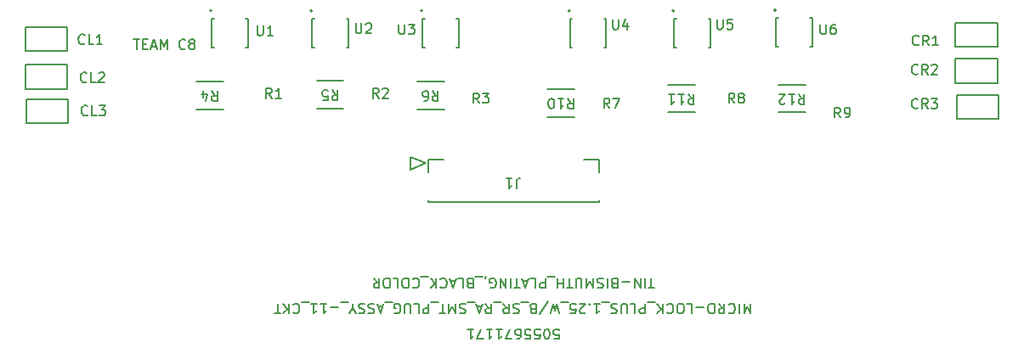
<source format=gto>
G04 #@! TF.GenerationSoftware,KiCad,Pcbnew,6.0.11+dfsg-1*
G04 #@! TF.CreationDate,2024-04-16T10:26:28+10:00*
G04 #@! TF.ProjectId,IR_Sensor_array,49525f53-656e-4736-9f72-5f6172726179,rev?*
G04 #@! TF.SameCoordinates,Original*
G04 #@! TF.FileFunction,Legend,Top*
G04 #@! TF.FilePolarity,Positive*
%FSLAX46Y46*%
G04 Gerber Fmt 4.6, Leading zero omitted, Abs format (unit mm)*
G04 Created by KiCad (PCBNEW 6.0.11+dfsg-1) date 2024-04-16 10:26:28*
%MOMM*%
%LPD*%
G01*
G04 APERTURE LIST*
%ADD10C,0.150000*%
%ADD11C,0.152400*%
%ADD12C,0.127000*%
%ADD13C,0.200000*%
G04 APERTURE END LIST*
D10*
X112404761Y-90652380D02*
X112976190Y-90652380D01*
X112690476Y-91652380D02*
X112690476Y-90652380D01*
X113309523Y-91128571D02*
X113642857Y-91128571D01*
X113785714Y-91652380D02*
X113309523Y-91652380D01*
X113309523Y-90652380D01*
X113785714Y-90652380D01*
X114166666Y-91366666D02*
X114642857Y-91366666D01*
X114071428Y-91652380D02*
X114404761Y-90652380D01*
X114738095Y-91652380D01*
X115071428Y-91652380D02*
X115071428Y-90652380D01*
X115404761Y-91366666D01*
X115738095Y-90652380D01*
X115738095Y-91652380D01*
X117547619Y-91557142D02*
X117500000Y-91604761D01*
X117357142Y-91652380D01*
X117261904Y-91652380D01*
X117119047Y-91604761D01*
X117023809Y-91509523D01*
X116976190Y-91414285D01*
X116928571Y-91223809D01*
X116928571Y-91080952D01*
X116976190Y-90890476D01*
X117023809Y-90795238D01*
X117119047Y-90700000D01*
X117261904Y-90652380D01*
X117357142Y-90652380D01*
X117500000Y-90700000D01*
X117547619Y-90747619D01*
X118119047Y-91080952D02*
X118023809Y-91033333D01*
X117976190Y-90985714D01*
X117928571Y-90890476D01*
X117928571Y-90842857D01*
X117976190Y-90747619D01*
X118023809Y-90700000D01*
X118119047Y-90652380D01*
X118309523Y-90652380D01*
X118404761Y-90700000D01*
X118452380Y-90747619D01*
X118500000Y-90842857D01*
X118500000Y-90890476D01*
X118452380Y-90985714D01*
X118404761Y-91033333D01*
X118309523Y-91080952D01*
X118119047Y-91080952D01*
X118023809Y-91128571D01*
X117976190Y-91176190D01*
X117928571Y-91271428D01*
X117928571Y-91461904D01*
X117976190Y-91557142D01*
X118023809Y-91604761D01*
X118119047Y-91652380D01*
X118309523Y-91652380D01*
X118404761Y-91604761D01*
X118452380Y-91557142D01*
X118500000Y-91461904D01*
X118500000Y-91271428D01*
X118452380Y-91176190D01*
X118404761Y-91128571D01*
X118309523Y-91080952D01*
X178642857Y-96107619D02*
X178976190Y-96583809D01*
X179214285Y-96107619D02*
X179214285Y-97107619D01*
X178833333Y-97107619D01*
X178738095Y-97060000D01*
X178690476Y-97012380D01*
X178642857Y-96917142D01*
X178642857Y-96774285D01*
X178690476Y-96679047D01*
X178738095Y-96631428D01*
X178833333Y-96583809D01*
X179214285Y-96583809D01*
X177690476Y-96107619D02*
X178261904Y-96107619D01*
X177976190Y-96107619D02*
X177976190Y-97107619D01*
X178071428Y-96964761D01*
X178166666Y-96869523D01*
X178261904Y-96821904D01*
X177309523Y-97012380D02*
X177261904Y-97060000D01*
X177166666Y-97107619D01*
X176928571Y-97107619D01*
X176833333Y-97060000D01*
X176785714Y-97012380D01*
X176738095Y-96917142D01*
X176738095Y-96821904D01*
X176785714Y-96679047D01*
X177357142Y-96107619D01*
X176738095Y-96107619D01*
X170538095Y-88652380D02*
X170538095Y-89461904D01*
X170585714Y-89557142D01*
X170633333Y-89604761D01*
X170728571Y-89652380D01*
X170919047Y-89652380D01*
X171014285Y-89604761D01*
X171061904Y-89557142D01*
X171109523Y-89461904D01*
X171109523Y-88652380D01*
X172061904Y-88652380D02*
X171585714Y-88652380D01*
X171538095Y-89128571D01*
X171585714Y-89080952D01*
X171680952Y-89033333D01*
X171919047Y-89033333D01*
X172014285Y-89080952D01*
X172061904Y-89128571D01*
X172109523Y-89223809D01*
X172109523Y-89461904D01*
X172061904Y-89557142D01*
X172014285Y-89604761D01*
X171919047Y-89652380D01*
X171680952Y-89652380D01*
X171585714Y-89604761D01*
X171538095Y-89557142D01*
X126185938Y-96508380D02*
X125852605Y-96032190D01*
X125614509Y-96508380D02*
X125614509Y-95508380D01*
X125995462Y-95508380D01*
X126090700Y-95556000D01*
X126138319Y-95603619D01*
X126185938Y-95698857D01*
X126185938Y-95841714D01*
X126138319Y-95936952D01*
X126090700Y-95984571D01*
X125995462Y-96032190D01*
X125614509Y-96032190D01*
X127138319Y-96508380D02*
X126566890Y-96508380D01*
X126852605Y-96508380D02*
X126852605Y-95508380D01*
X126757366Y-95651238D01*
X126662128Y-95746476D01*
X126566890Y-95794095D01*
X155642857Y-96547619D02*
X155976190Y-97023809D01*
X156214285Y-96547619D02*
X156214285Y-97547619D01*
X155833333Y-97547619D01*
X155738095Y-97500000D01*
X155690476Y-97452380D01*
X155642857Y-97357142D01*
X155642857Y-97214285D01*
X155690476Y-97119047D01*
X155738095Y-97071428D01*
X155833333Y-97023809D01*
X156214285Y-97023809D01*
X154690476Y-96547619D02*
X155261904Y-96547619D01*
X154976190Y-96547619D02*
X154976190Y-97547619D01*
X155071428Y-97404761D01*
X155166666Y-97309523D01*
X155261904Y-97261904D01*
X154071428Y-97547619D02*
X153976190Y-97547619D01*
X153880952Y-97500000D01*
X153833333Y-97452380D01*
X153785714Y-97357142D01*
X153738095Y-97166666D01*
X153738095Y-96928571D01*
X153785714Y-96738095D01*
X153833333Y-96642857D01*
X153880952Y-96595238D01*
X153976190Y-96547619D01*
X154071428Y-96547619D01*
X154166666Y-96595238D01*
X154214285Y-96642857D01*
X154261904Y-96738095D01*
X154309523Y-96928571D01*
X154309523Y-97166666D01*
X154261904Y-97357142D01*
X154214285Y-97452380D01*
X154166666Y-97500000D01*
X154071428Y-97547619D01*
X190533333Y-97457142D02*
X190485714Y-97504761D01*
X190342857Y-97552380D01*
X190247619Y-97552380D01*
X190104761Y-97504761D01*
X190009523Y-97409523D01*
X189961904Y-97314285D01*
X189914285Y-97123809D01*
X189914285Y-96980952D01*
X189961904Y-96790476D01*
X190009523Y-96695238D01*
X190104761Y-96600000D01*
X190247619Y-96552380D01*
X190342857Y-96552380D01*
X190485714Y-96600000D01*
X190533333Y-96647619D01*
X191533333Y-97552380D02*
X191200000Y-97076190D01*
X190961904Y-97552380D02*
X190961904Y-96552380D01*
X191342857Y-96552380D01*
X191438095Y-96600000D01*
X191485714Y-96647619D01*
X191533333Y-96742857D01*
X191533333Y-96885714D01*
X191485714Y-96980952D01*
X191438095Y-97028571D01*
X191342857Y-97076190D01*
X190961904Y-97076190D01*
X191866666Y-96552380D02*
X192485714Y-96552380D01*
X192152380Y-96933333D01*
X192295238Y-96933333D01*
X192390476Y-96980952D01*
X192438095Y-97028571D01*
X192485714Y-97123809D01*
X192485714Y-97361904D01*
X192438095Y-97457142D01*
X192390476Y-97504761D01*
X192295238Y-97552380D01*
X192009523Y-97552380D01*
X191914285Y-97504761D01*
X191866666Y-97457142D01*
X120166666Y-95790621D02*
X120500000Y-96266811D01*
X120738095Y-95790621D02*
X120738095Y-96790621D01*
X120357142Y-96790621D01*
X120261904Y-96743002D01*
X120214285Y-96695382D01*
X120166666Y-96600144D01*
X120166666Y-96457287D01*
X120214285Y-96362049D01*
X120261904Y-96314430D01*
X120357142Y-96266811D01*
X120738095Y-96266811D01*
X119309523Y-96457287D02*
X119309523Y-95790621D01*
X119547619Y-96838240D02*
X119785714Y-96123954D01*
X119166666Y-96123954D01*
X160138095Y-88652380D02*
X160138095Y-89461904D01*
X160185714Y-89557142D01*
X160233333Y-89604761D01*
X160328571Y-89652380D01*
X160519047Y-89652380D01*
X160614285Y-89604761D01*
X160661904Y-89557142D01*
X160709523Y-89461904D01*
X160709523Y-88652380D01*
X161614285Y-88985714D02*
X161614285Y-89652380D01*
X161376190Y-88604761D02*
X161138095Y-89319047D01*
X161757142Y-89319047D01*
X150533333Y-105547619D02*
X150533333Y-104833333D01*
X150580952Y-104690476D01*
X150676190Y-104595238D01*
X150819047Y-104547619D01*
X150914285Y-104547619D01*
X149533333Y-104547619D02*
X150104761Y-104547619D01*
X149819047Y-104547619D02*
X149819047Y-105547619D01*
X149914285Y-105404761D01*
X150009523Y-105309523D01*
X150104761Y-105261904D01*
X173892857Y-116997619D02*
X173892857Y-117997619D01*
X173559523Y-117283333D01*
X173226190Y-117997619D01*
X173226190Y-116997619D01*
X172749999Y-116997619D02*
X172749999Y-117997619D01*
X171702380Y-117092857D02*
X171749999Y-117045238D01*
X171892857Y-116997619D01*
X171988095Y-116997619D01*
X172130952Y-117045238D01*
X172226190Y-117140476D01*
X172273809Y-117235714D01*
X172321428Y-117426190D01*
X172321428Y-117569047D01*
X172273809Y-117759523D01*
X172226190Y-117854761D01*
X172130952Y-117950000D01*
X171988095Y-117997619D01*
X171892857Y-117997619D01*
X171749999Y-117950000D01*
X171702380Y-117902380D01*
X170702380Y-116997619D02*
X171035714Y-117473809D01*
X171273809Y-116997619D02*
X171273809Y-117997619D01*
X170892857Y-117997619D01*
X170797619Y-117950000D01*
X170749999Y-117902380D01*
X170702380Y-117807142D01*
X170702380Y-117664285D01*
X170749999Y-117569047D01*
X170797619Y-117521428D01*
X170892857Y-117473809D01*
X171273809Y-117473809D01*
X170083333Y-117997619D02*
X169892857Y-117997619D01*
X169797619Y-117950000D01*
X169702380Y-117854761D01*
X169654761Y-117664285D01*
X169654761Y-117330952D01*
X169702380Y-117140476D01*
X169797619Y-117045238D01*
X169892857Y-116997619D01*
X170083333Y-116997619D01*
X170178571Y-117045238D01*
X170273809Y-117140476D01*
X170321428Y-117330952D01*
X170321428Y-117664285D01*
X170273809Y-117854761D01*
X170178571Y-117950000D01*
X170083333Y-117997619D01*
X169226190Y-117378571D02*
X168464285Y-117378571D01*
X167511904Y-116997619D02*
X167988095Y-116997619D01*
X167988095Y-117997619D01*
X166988095Y-117997619D02*
X166797619Y-117997619D01*
X166702380Y-117950000D01*
X166607142Y-117854761D01*
X166559523Y-117664285D01*
X166559523Y-117330952D01*
X166607142Y-117140476D01*
X166702380Y-117045238D01*
X166797619Y-116997619D01*
X166988095Y-116997619D01*
X167083333Y-117045238D01*
X167178571Y-117140476D01*
X167226190Y-117330952D01*
X167226190Y-117664285D01*
X167178571Y-117854761D01*
X167083333Y-117950000D01*
X166988095Y-117997619D01*
X165559523Y-117092857D02*
X165607142Y-117045238D01*
X165749999Y-116997619D01*
X165845238Y-116997619D01*
X165988095Y-117045238D01*
X166083333Y-117140476D01*
X166130952Y-117235714D01*
X166178571Y-117426190D01*
X166178571Y-117569047D01*
X166130952Y-117759523D01*
X166083333Y-117854761D01*
X165988095Y-117950000D01*
X165845238Y-117997619D01*
X165749999Y-117997619D01*
X165607142Y-117950000D01*
X165559523Y-117902380D01*
X165130952Y-116997619D02*
X165130952Y-117997619D01*
X164559523Y-116997619D02*
X164988095Y-117569047D01*
X164559523Y-117997619D02*
X165130952Y-117426190D01*
X164369047Y-116902380D02*
X163607142Y-116902380D01*
X163369047Y-116997619D02*
X163369047Y-117997619D01*
X162988095Y-117997619D01*
X162892857Y-117950000D01*
X162845238Y-117902380D01*
X162797619Y-117807142D01*
X162797619Y-117664285D01*
X162845238Y-117569047D01*
X162892857Y-117521428D01*
X162988095Y-117473809D01*
X163369047Y-117473809D01*
X161892857Y-116997619D02*
X162369047Y-116997619D01*
X162369047Y-117997619D01*
X161559523Y-117997619D02*
X161559523Y-117188095D01*
X161511904Y-117092857D01*
X161464285Y-117045238D01*
X161369047Y-116997619D01*
X161178571Y-116997619D01*
X161083333Y-117045238D01*
X161035714Y-117092857D01*
X160988095Y-117188095D01*
X160988095Y-117997619D01*
X160559523Y-117045238D02*
X160416666Y-116997619D01*
X160178571Y-116997619D01*
X160083333Y-117045238D01*
X160035714Y-117092857D01*
X159988095Y-117188095D01*
X159988095Y-117283333D01*
X160035714Y-117378571D01*
X160083333Y-117426190D01*
X160178571Y-117473809D01*
X160369047Y-117521428D01*
X160464285Y-117569047D01*
X160511904Y-117616666D01*
X160559523Y-117711904D01*
X160559523Y-117807142D01*
X160511904Y-117902380D01*
X160464285Y-117950000D01*
X160369047Y-117997619D01*
X160130952Y-117997619D01*
X159988095Y-117950000D01*
X159797619Y-116902380D02*
X159035714Y-116902380D01*
X158273809Y-116997619D02*
X158845238Y-116997619D01*
X158559523Y-116997619D02*
X158559523Y-117997619D01*
X158654761Y-117854761D01*
X158749999Y-117759523D01*
X158845238Y-117711904D01*
X157845238Y-117092857D02*
X157797619Y-117045238D01*
X157845238Y-116997619D01*
X157892857Y-117045238D01*
X157845238Y-117092857D01*
X157845238Y-116997619D01*
X157416666Y-117902380D02*
X157369047Y-117950000D01*
X157273809Y-117997619D01*
X157035714Y-117997619D01*
X156940476Y-117950000D01*
X156892857Y-117902380D01*
X156845238Y-117807142D01*
X156845238Y-117711904D01*
X156892857Y-117569047D01*
X157464285Y-116997619D01*
X156845238Y-116997619D01*
X155940476Y-117997619D02*
X156416666Y-117997619D01*
X156464285Y-117521428D01*
X156416666Y-117569047D01*
X156321428Y-117616666D01*
X156083333Y-117616666D01*
X155988095Y-117569047D01*
X155940476Y-117521428D01*
X155892857Y-117426190D01*
X155892857Y-117188095D01*
X155940476Y-117092857D01*
X155988095Y-117045238D01*
X156083333Y-116997619D01*
X156321428Y-116997619D01*
X156416666Y-117045238D01*
X156464285Y-117092857D01*
X155702380Y-116902380D02*
X154940476Y-116902380D01*
X154797619Y-117997619D02*
X154559523Y-116997619D01*
X154369047Y-117711904D01*
X154178571Y-116997619D01*
X153940476Y-117997619D01*
X152845238Y-118045238D02*
X153702380Y-116759523D01*
X152178571Y-117521428D02*
X152035714Y-117473809D01*
X151988095Y-117426190D01*
X151940476Y-117330952D01*
X151940476Y-117188095D01*
X151988095Y-117092857D01*
X152035714Y-117045238D01*
X152130952Y-116997619D01*
X152511904Y-116997619D01*
X152511904Y-117997619D01*
X152178571Y-117997619D01*
X152083333Y-117950000D01*
X152035714Y-117902380D01*
X151988095Y-117807142D01*
X151988095Y-117711904D01*
X152035714Y-117616666D01*
X152083333Y-117569047D01*
X152178571Y-117521428D01*
X152511904Y-117521428D01*
X151750000Y-116902380D02*
X150988095Y-116902380D01*
X150797619Y-117045238D02*
X150654761Y-116997619D01*
X150416666Y-116997619D01*
X150321428Y-117045238D01*
X150273809Y-117092857D01*
X150226190Y-117188095D01*
X150226190Y-117283333D01*
X150273809Y-117378571D01*
X150321428Y-117426190D01*
X150416666Y-117473809D01*
X150607142Y-117521428D01*
X150702380Y-117569047D01*
X150750000Y-117616666D01*
X150797619Y-117711904D01*
X150797619Y-117807142D01*
X150750000Y-117902380D01*
X150702380Y-117950000D01*
X150607142Y-117997619D01*
X150369047Y-117997619D01*
X150226190Y-117950000D01*
X149226190Y-116997619D02*
X149559523Y-117473809D01*
X149797619Y-116997619D02*
X149797619Y-117997619D01*
X149416666Y-117997619D01*
X149321428Y-117950000D01*
X149273809Y-117902380D01*
X149226190Y-117807142D01*
X149226190Y-117664285D01*
X149273809Y-117569047D01*
X149321428Y-117521428D01*
X149416666Y-117473809D01*
X149797619Y-117473809D01*
X149035714Y-116902380D02*
X148273809Y-116902380D01*
X147464285Y-116997619D02*
X147797619Y-117473809D01*
X148035714Y-116997619D02*
X148035714Y-117997619D01*
X147654761Y-117997619D01*
X147559523Y-117950000D01*
X147511904Y-117902380D01*
X147464285Y-117807142D01*
X147464285Y-117664285D01*
X147511904Y-117569047D01*
X147559523Y-117521428D01*
X147654761Y-117473809D01*
X148035714Y-117473809D01*
X147083333Y-117283333D02*
X146607142Y-117283333D01*
X147178571Y-116997619D02*
X146845238Y-117997619D01*
X146511904Y-116997619D01*
X146416666Y-116902380D02*
X145654761Y-116902380D01*
X145464285Y-117045238D02*
X145321428Y-116997619D01*
X145083333Y-116997619D01*
X144988095Y-117045238D01*
X144940476Y-117092857D01*
X144892857Y-117188095D01*
X144892857Y-117283333D01*
X144940476Y-117378571D01*
X144988095Y-117426190D01*
X145083333Y-117473809D01*
X145273809Y-117521428D01*
X145369047Y-117569047D01*
X145416666Y-117616666D01*
X145464285Y-117711904D01*
X145464285Y-117807142D01*
X145416666Y-117902380D01*
X145369047Y-117950000D01*
X145273809Y-117997619D01*
X145035714Y-117997619D01*
X144892857Y-117950000D01*
X144464285Y-116997619D02*
X144464285Y-117997619D01*
X144130952Y-117283333D01*
X143797619Y-117997619D01*
X143797619Y-116997619D01*
X143464285Y-117997619D02*
X142892857Y-117997619D01*
X143178571Y-116997619D02*
X143178571Y-117997619D01*
X142797619Y-116902380D02*
X142035714Y-116902380D01*
X141797619Y-116997619D02*
X141797619Y-117997619D01*
X141416666Y-117997619D01*
X141321428Y-117950000D01*
X141273809Y-117902380D01*
X141226190Y-117807142D01*
X141226190Y-117664285D01*
X141273809Y-117569047D01*
X141321428Y-117521428D01*
X141416666Y-117473809D01*
X141797619Y-117473809D01*
X140321428Y-116997619D02*
X140797619Y-116997619D01*
X140797619Y-117997619D01*
X139988095Y-117997619D02*
X139988095Y-117188095D01*
X139940476Y-117092857D01*
X139892857Y-117045238D01*
X139797619Y-116997619D01*
X139607142Y-116997619D01*
X139511904Y-117045238D01*
X139464285Y-117092857D01*
X139416666Y-117188095D01*
X139416666Y-117997619D01*
X138416666Y-117950000D02*
X138511904Y-117997619D01*
X138654761Y-117997619D01*
X138797619Y-117950000D01*
X138892857Y-117854761D01*
X138940476Y-117759523D01*
X138988095Y-117569047D01*
X138988095Y-117426190D01*
X138940476Y-117235714D01*
X138892857Y-117140476D01*
X138797619Y-117045238D01*
X138654761Y-116997619D01*
X138559523Y-116997619D01*
X138416666Y-117045238D01*
X138369047Y-117092857D01*
X138369047Y-117426190D01*
X138559523Y-117426190D01*
X138178571Y-116902380D02*
X137416666Y-116902380D01*
X137226190Y-117283333D02*
X136750000Y-117283333D01*
X137321428Y-116997619D02*
X136988095Y-117997619D01*
X136654761Y-116997619D01*
X136369047Y-117045238D02*
X136226190Y-116997619D01*
X135988095Y-116997619D01*
X135892857Y-117045238D01*
X135845238Y-117092857D01*
X135797619Y-117188095D01*
X135797619Y-117283333D01*
X135845238Y-117378571D01*
X135892857Y-117426190D01*
X135988095Y-117473809D01*
X136178571Y-117521428D01*
X136273809Y-117569047D01*
X136321428Y-117616666D01*
X136369047Y-117711904D01*
X136369047Y-117807142D01*
X136321428Y-117902380D01*
X136273809Y-117950000D01*
X136178571Y-117997619D01*
X135940476Y-117997619D01*
X135797619Y-117950000D01*
X135416666Y-117045238D02*
X135273809Y-116997619D01*
X135035714Y-116997619D01*
X134940476Y-117045238D01*
X134892857Y-117092857D01*
X134845238Y-117188095D01*
X134845238Y-117283333D01*
X134892857Y-117378571D01*
X134940476Y-117426190D01*
X135035714Y-117473809D01*
X135226190Y-117521428D01*
X135321428Y-117569047D01*
X135369047Y-117616666D01*
X135416666Y-117711904D01*
X135416666Y-117807142D01*
X135369047Y-117902380D01*
X135321428Y-117950000D01*
X135226190Y-117997619D01*
X134988095Y-117997619D01*
X134845238Y-117950000D01*
X134226190Y-117473809D02*
X134226190Y-116997619D01*
X134559523Y-117997619D02*
X134226190Y-117473809D01*
X133892857Y-117997619D01*
X133797619Y-116902380D02*
X133035714Y-116902380D01*
X132797619Y-117378571D02*
X132035714Y-117378571D01*
X131035714Y-116997619D02*
X131607142Y-116997619D01*
X131321428Y-116997619D02*
X131321428Y-117997619D01*
X131416666Y-117854761D01*
X131511904Y-117759523D01*
X131607142Y-117711904D01*
X130083333Y-116997619D02*
X130654761Y-116997619D01*
X130369047Y-116997619D02*
X130369047Y-117997619D01*
X130464285Y-117854761D01*
X130559523Y-117759523D01*
X130654761Y-117711904D01*
X129892857Y-116902380D02*
X129130952Y-116902380D01*
X128321428Y-117092857D02*
X128369047Y-117045238D01*
X128511904Y-116997619D01*
X128607142Y-116997619D01*
X128750000Y-117045238D01*
X128845238Y-117140476D01*
X128892857Y-117235714D01*
X128940476Y-117426190D01*
X128940476Y-117569047D01*
X128892857Y-117759523D01*
X128845238Y-117854761D01*
X128750000Y-117950000D01*
X128607142Y-117997619D01*
X128511904Y-117997619D01*
X128369047Y-117950000D01*
X128321428Y-117902380D01*
X127892857Y-116997619D02*
X127892857Y-117997619D01*
X127321428Y-116997619D02*
X127750000Y-117569047D01*
X127321428Y-117997619D02*
X127892857Y-117426190D01*
X127035714Y-117997619D02*
X126464285Y-117997619D01*
X126750000Y-116997619D02*
X126750000Y-117997619D01*
X154297619Y-120537619D02*
X154773809Y-120537619D01*
X154821428Y-120061428D01*
X154773809Y-120109047D01*
X154678571Y-120156666D01*
X154440476Y-120156666D01*
X154345238Y-120109047D01*
X154297619Y-120061428D01*
X154250000Y-119966190D01*
X154250000Y-119728095D01*
X154297619Y-119632857D01*
X154345238Y-119585238D01*
X154440476Y-119537619D01*
X154678571Y-119537619D01*
X154773809Y-119585238D01*
X154821428Y-119632857D01*
X153630952Y-120537619D02*
X153535714Y-120537619D01*
X153440476Y-120490000D01*
X153392857Y-120442380D01*
X153345238Y-120347142D01*
X153297619Y-120156666D01*
X153297619Y-119918571D01*
X153345238Y-119728095D01*
X153392857Y-119632857D01*
X153440476Y-119585238D01*
X153535714Y-119537619D01*
X153630952Y-119537619D01*
X153726190Y-119585238D01*
X153773809Y-119632857D01*
X153821428Y-119728095D01*
X153869047Y-119918571D01*
X153869047Y-120156666D01*
X153821428Y-120347142D01*
X153773809Y-120442380D01*
X153726190Y-120490000D01*
X153630952Y-120537619D01*
X152392857Y-120537619D02*
X152869047Y-120537619D01*
X152916666Y-120061428D01*
X152869047Y-120109047D01*
X152773809Y-120156666D01*
X152535714Y-120156666D01*
X152440476Y-120109047D01*
X152392857Y-120061428D01*
X152345238Y-119966190D01*
X152345238Y-119728095D01*
X152392857Y-119632857D01*
X152440476Y-119585238D01*
X152535714Y-119537619D01*
X152773809Y-119537619D01*
X152869047Y-119585238D01*
X152916666Y-119632857D01*
X151440476Y-120537619D02*
X151916666Y-120537619D01*
X151964285Y-120061428D01*
X151916666Y-120109047D01*
X151821428Y-120156666D01*
X151583333Y-120156666D01*
X151488095Y-120109047D01*
X151440476Y-120061428D01*
X151392857Y-119966190D01*
X151392857Y-119728095D01*
X151440476Y-119632857D01*
X151488095Y-119585238D01*
X151583333Y-119537619D01*
X151821428Y-119537619D01*
X151916666Y-119585238D01*
X151964285Y-119632857D01*
X150535714Y-120537619D02*
X150726190Y-120537619D01*
X150821428Y-120490000D01*
X150869047Y-120442380D01*
X150964285Y-120299523D01*
X151011904Y-120109047D01*
X151011904Y-119728095D01*
X150964285Y-119632857D01*
X150916666Y-119585238D01*
X150821428Y-119537619D01*
X150630952Y-119537619D01*
X150535714Y-119585238D01*
X150488095Y-119632857D01*
X150440476Y-119728095D01*
X150440476Y-119966190D01*
X150488095Y-120061428D01*
X150535714Y-120109047D01*
X150630952Y-120156666D01*
X150821428Y-120156666D01*
X150916666Y-120109047D01*
X150964285Y-120061428D01*
X151011904Y-119966190D01*
X150107142Y-120537619D02*
X149440476Y-120537619D01*
X149869047Y-119537619D01*
X148535714Y-119537619D02*
X149107142Y-119537619D01*
X148821428Y-119537619D02*
X148821428Y-120537619D01*
X148916666Y-120394761D01*
X149011904Y-120299523D01*
X149107142Y-120251904D01*
X147583333Y-119537619D02*
X148154761Y-119537619D01*
X147869047Y-119537619D02*
X147869047Y-120537619D01*
X147964285Y-120394761D01*
X148059523Y-120299523D01*
X148154761Y-120251904D01*
X147250000Y-120537619D02*
X146583333Y-120537619D01*
X147011904Y-119537619D01*
X145678571Y-119537619D02*
X146250000Y-119537619D01*
X145964285Y-119537619D02*
X145964285Y-120537619D01*
X146059523Y-120394761D01*
X146154761Y-120299523D01*
X146250000Y-120251904D01*
X164273809Y-115457618D02*
X163702380Y-115457618D01*
X163988095Y-114457618D02*
X163988095Y-115457618D01*
X163369047Y-114457618D02*
X163369047Y-115457618D01*
X162892857Y-114457618D02*
X162892857Y-115457618D01*
X162321428Y-114457618D01*
X162321428Y-115457618D01*
X161845238Y-114838570D02*
X161083333Y-114838570D01*
X160273809Y-114981427D02*
X160130952Y-114933808D01*
X160083333Y-114886189D01*
X160035714Y-114790951D01*
X160035714Y-114648094D01*
X160083333Y-114552856D01*
X160130952Y-114505237D01*
X160226190Y-114457618D01*
X160607142Y-114457618D01*
X160607142Y-115457618D01*
X160273809Y-115457618D01*
X160178571Y-115409999D01*
X160130952Y-115362379D01*
X160083333Y-115267141D01*
X160083333Y-115171903D01*
X160130952Y-115076665D01*
X160178571Y-115029046D01*
X160273809Y-114981427D01*
X160607142Y-114981427D01*
X159607142Y-114457618D02*
X159607142Y-115457618D01*
X159178571Y-114505237D02*
X159035714Y-114457618D01*
X158797619Y-114457618D01*
X158702380Y-114505237D01*
X158654761Y-114552856D01*
X158607142Y-114648094D01*
X158607142Y-114743332D01*
X158654761Y-114838570D01*
X158702380Y-114886189D01*
X158797619Y-114933808D01*
X158988095Y-114981427D01*
X159083333Y-115029046D01*
X159130952Y-115076665D01*
X159178571Y-115171903D01*
X159178571Y-115267141D01*
X159130952Y-115362379D01*
X159083333Y-115409999D01*
X158988095Y-115457618D01*
X158750000Y-115457618D01*
X158607142Y-115409999D01*
X158178571Y-114457618D02*
X158178571Y-115457618D01*
X157845238Y-114743332D01*
X157511904Y-115457618D01*
X157511904Y-114457618D01*
X157035714Y-115457618D02*
X157035714Y-114648094D01*
X156988095Y-114552856D01*
X156940476Y-114505237D01*
X156845238Y-114457618D01*
X156654761Y-114457618D01*
X156559523Y-114505237D01*
X156511904Y-114552856D01*
X156464285Y-114648094D01*
X156464285Y-115457618D01*
X156130952Y-115457618D02*
X155559523Y-115457618D01*
X155845238Y-114457618D02*
X155845238Y-115457618D01*
X155226190Y-114457618D02*
X155226190Y-115457618D01*
X155226190Y-114981427D02*
X154654761Y-114981427D01*
X154654761Y-114457618D02*
X154654761Y-115457618D01*
X154416666Y-114362379D02*
X153654761Y-114362379D01*
X153416666Y-114457618D02*
X153416666Y-115457618D01*
X153035714Y-115457618D01*
X152940476Y-115409999D01*
X152892857Y-115362379D01*
X152845238Y-115267141D01*
X152845238Y-115124284D01*
X152892857Y-115029046D01*
X152940476Y-114981427D01*
X153035714Y-114933808D01*
X153416666Y-114933808D01*
X151940476Y-114457618D02*
X152416666Y-114457618D01*
X152416666Y-115457618D01*
X151654761Y-114743332D02*
X151178571Y-114743332D01*
X151750000Y-114457618D02*
X151416666Y-115457618D01*
X151083333Y-114457618D01*
X150892857Y-115457618D02*
X150321428Y-115457618D01*
X150607142Y-114457618D02*
X150607142Y-115457618D01*
X149988095Y-114457618D02*
X149988095Y-115457618D01*
X149511904Y-114457618D02*
X149511904Y-115457618D01*
X148940476Y-114457618D01*
X148940476Y-115457618D01*
X147940476Y-115409999D02*
X148035714Y-115457618D01*
X148178571Y-115457618D01*
X148321428Y-115409999D01*
X148416666Y-115314760D01*
X148464285Y-115219522D01*
X148511904Y-115029046D01*
X148511904Y-114886189D01*
X148464285Y-114695713D01*
X148416666Y-114600475D01*
X148321428Y-114505237D01*
X148178571Y-114457618D01*
X148083333Y-114457618D01*
X147940476Y-114505237D01*
X147892857Y-114552856D01*
X147892857Y-114886189D01*
X148083333Y-114886189D01*
X147416666Y-114505237D02*
X147416666Y-114457618D01*
X147464285Y-114362379D01*
X147511904Y-114314760D01*
X147226190Y-114362379D02*
X146464285Y-114362379D01*
X145892857Y-114981427D02*
X145750000Y-114933808D01*
X145702380Y-114886189D01*
X145654761Y-114790951D01*
X145654761Y-114648094D01*
X145702380Y-114552856D01*
X145750000Y-114505237D01*
X145845238Y-114457618D01*
X146226190Y-114457618D01*
X146226190Y-115457618D01*
X145892857Y-115457618D01*
X145797619Y-115409999D01*
X145750000Y-115362379D01*
X145702380Y-115267141D01*
X145702380Y-115171903D01*
X145750000Y-115076665D01*
X145797619Y-115029046D01*
X145892857Y-114981427D01*
X146226190Y-114981427D01*
X144750000Y-114457618D02*
X145226190Y-114457618D01*
X145226190Y-115457618D01*
X144464285Y-114743332D02*
X143988095Y-114743332D01*
X144559523Y-114457618D02*
X144226190Y-115457618D01*
X143892857Y-114457618D01*
X142988095Y-114552856D02*
X143035714Y-114505237D01*
X143178571Y-114457618D01*
X143273809Y-114457618D01*
X143416666Y-114505237D01*
X143511904Y-114600475D01*
X143559523Y-114695713D01*
X143607142Y-114886189D01*
X143607142Y-115029046D01*
X143559523Y-115219522D01*
X143511904Y-115314760D01*
X143416666Y-115409999D01*
X143273809Y-115457618D01*
X143178571Y-115457618D01*
X143035714Y-115409999D01*
X142988095Y-115362379D01*
X142559523Y-114457618D02*
X142559523Y-115457618D01*
X141988095Y-114457618D02*
X142416666Y-115029046D01*
X141988095Y-115457618D02*
X142559523Y-114886189D01*
X141797619Y-114362379D02*
X141035714Y-114362379D01*
X140226190Y-114552856D02*
X140273809Y-114505237D01*
X140416666Y-114457618D01*
X140511904Y-114457618D01*
X140654761Y-114505237D01*
X140750000Y-114600475D01*
X140797619Y-114695713D01*
X140845238Y-114886189D01*
X140845238Y-115029046D01*
X140797619Y-115219522D01*
X140750000Y-115314760D01*
X140654761Y-115409999D01*
X140511904Y-115457618D01*
X140416666Y-115457618D01*
X140273809Y-115409999D01*
X140226190Y-115362379D01*
X139607142Y-115457618D02*
X139416666Y-115457618D01*
X139321428Y-115409999D01*
X139226190Y-115314760D01*
X139178571Y-115124284D01*
X139178571Y-114790951D01*
X139226190Y-114600475D01*
X139321428Y-114505237D01*
X139416666Y-114457618D01*
X139607142Y-114457618D01*
X139702380Y-114505237D01*
X139797619Y-114600475D01*
X139845238Y-114790951D01*
X139845238Y-115124284D01*
X139797619Y-115314760D01*
X139702380Y-115409999D01*
X139607142Y-115457618D01*
X138273809Y-114457618D02*
X138750000Y-114457618D01*
X138750000Y-115457618D01*
X137750000Y-115457618D02*
X137559523Y-115457618D01*
X137464285Y-115409999D01*
X137369047Y-115314760D01*
X137321428Y-115124284D01*
X137321428Y-114790951D01*
X137369047Y-114600475D01*
X137464285Y-114505237D01*
X137559523Y-114457618D01*
X137750000Y-114457618D01*
X137845238Y-114505237D01*
X137940476Y-114600475D01*
X137988095Y-114790951D01*
X137988095Y-115124284D01*
X137940476Y-115314760D01*
X137845238Y-115409999D01*
X137750000Y-115457618D01*
X136321428Y-114457618D02*
X136654761Y-114933808D01*
X136892857Y-114457618D02*
X136892857Y-115457618D01*
X136511904Y-115457618D01*
X136416666Y-115409999D01*
X136369047Y-115362379D01*
X136321428Y-115267141D01*
X136321428Y-115124284D01*
X136369047Y-115029046D01*
X136416666Y-114981427D01*
X136511904Y-114933808D01*
X136892857Y-114933808D01*
X107828571Y-98157142D02*
X107780952Y-98204761D01*
X107638095Y-98252380D01*
X107542857Y-98252380D01*
X107400000Y-98204761D01*
X107304761Y-98109523D01*
X107257142Y-98014285D01*
X107209523Y-97823809D01*
X107209523Y-97680952D01*
X107257142Y-97490476D01*
X107304761Y-97395238D01*
X107400000Y-97300000D01*
X107542857Y-97252380D01*
X107638095Y-97252380D01*
X107780952Y-97300000D01*
X107828571Y-97347619D01*
X108733333Y-98252380D02*
X108257142Y-98252380D01*
X108257142Y-97252380D01*
X108971428Y-97252380D02*
X109590476Y-97252380D01*
X109257142Y-97633333D01*
X109400000Y-97633333D01*
X109495238Y-97680952D01*
X109542857Y-97728571D01*
X109590476Y-97823809D01*
X109590476Y-98061904D01*
X109542857Y-98157142D01*
X109495238Y-98204761D01*
X109400000Y-98252380D01*
X109114285Y-98252380D01*
X109019047Y-98204761D01*
X108971428Y-98157142D01*
X136833333Y-96508380D02*
X136500000Y-96032190D01*
X136261904Y-96508380D02*
X136261904Y-95508380D01*
X136642857Y-95508380D01*
X136738095Y-95556000D01*
X136785714Y-95603619D01*
X136833333Y-95698857D01*
X136833333Y-95841714D01*
X136785714Y-95936952D01*
X136738095Y-95984571D01*
X136642857Y-96032190D01*
X136261904Y-96032190D01*
X137214285Y-95603619D02*
X137261904Y-95556000D01*
X137357142Y-95508380D01*
X137595238Y-95508380D01*
X137690476Y-95556000D01*
X137738095Y-95603619D01*
X137785714Y-95698857D01*
X137785714Y-95794095D01*
X137738095Y-95936952D01*
X137166666Y-96508380D01*
X137785714Y-96508380D01*
X107728571Y-94857142D02*
X107680952Y-94904761D01*
X107538095Y-94952380D01*
X107442857Y-94952380D01*
X107300000Y-94904761D01*
X107204761Y-94809523D01*
X107157142Y-94714285D01*
X107109523Y-94523809D01*
X107109523Y-94380952D01*
X107157142Y-94190476D01*
X107204761Y-94095238D01*
X107300000Y-94000000D01*
X107442857Y-93952380D01*
X107538095Y-93952380D01*
X107680952Y-94000000D01*
X107728571Y-94047619D01*
X108633333Y-94952380D02*
X108157142Y-94952380D01*
X108157142Y-93952380D01*
X108919047Y-94047619D02*
X108966666Y-94000000D01*
X109061904Y-93952380D01*
X109300000Y-93952380D01*
X109395238Y-94000000D01*
X109442857Y-94047619D01*
X109490476Y-94142857D01*
X109490476Y-94238095D01*
X109442857Y-94380952D01*
X108871428Y-94952380D01*
X109490476Y-94952380D01*
X142166666Y-95790621D02*
X142500000Y-96266811D01*
X142738095Y-95790621D02*
X142738095Y-96790621D01*
X142357142Y-96790621D01*
X142261904Y-96743002D01*
X142214285Y-96695382D01*
X142166666Y-96600144D01*
X142166666Y-96457287D01*
X142214285Y-96362049D01*
X142261904Y-96314430D01*
X142357142Y-96266811D01*
X142738095Y-96266811D01*
X141309523Y-96790621D02*
X141500000Y-96790621D01*
X141595238Y-96743002D01*
X141642857Y-96695382D01*
X141738095Y-96552525D01*
X141785714Y-96362049D01*
X141785714Y-95981097D01*
X141738095Y-95885859D01*
X141690476Y-95838240D01*
X141595238Y-95790621D01*
X141404761Y-95790621D01*
X141309523Y-95838240D01*
X141261904Y-95885859D01*
X141214285Y-95981097D01*
X141214285Y-96219192D01*
X141261904Y-96314430D01*
X141309523Y-96362049D01*
X141404761Y-96409668D01*
X141595238Y-96409668D01*
X141690476Y-96362049D01*
X141738095Y-96314430D01*
X141785714Y-96219192D01*
X107528571Y-91057142D02*
X107480952Y-91104761D01*
X107338095Y-91152380D01*
X107242857Y-91152380D01*
X107100000Y-91104761D01*
X107004761Y-91009523D01*
X106957142Y-90914285D01*
X106909523Y-90723809D01*
X106909523Y-90580952D01*
X106957142Y-90390476D01*
X107004761Y-90295238D01*
X107100000Y-90200000D01*
X107242857Y-90152380D01*
X107338095Y-90152380D01*
X107480952Y-90200000D01*
X107528571Y-90247619D01*
X108433333Y-91152380D02*
X107957142Y-91152380D01*
X107957142Y-90152380D01*
X109290476Y-91152380D02*
X108719047Y-91152380D01*
X109004761Y-91152380D02*
X109004761Y-90152380D01*
X108909523Y-90295238D01*
X108814285Y-90390476D01*
X108719047Y-90438095D01*
X190633333Y-91157142D02*
X190585714Y-91204761D01*
X190442857Y-91252380D01*
X190347619Y-91252380D01*
X190204761Y-91204761D01*
X190109523Y-91109523D01*
X190061904Y-91014285D01*
X190014285Y-90823809D01*
X190014285Y-90680952D01*
X190061904Y-90490476D01*
X190109523Y-90395238D01*
X190204761Y-90300000D01*
X190347619Y-90252380D01*
X190442857Y-90252380D01*
X190585714Y-90300000D01*
X190633333Y-90347619D01*
X191633333Y-91252380D02*
X191300000Y-90776190D01*
X191061904Y-91252380D02*
X191061904Y-90252380D01*
X191442857Y-90252380D01*
X191538095Y-90300000D01*
X191585714Y-90347619D01*
X191633333Y-90442857D01*
X191633333Y-90585714D01*
X191585714Y-90680952D01*
X191538095Y-90728571D01*
X191442857Y-90776190D01*
X191061904Y-90776190D01*
X192585714Y-91252380D02*
X192014285Y-91252380D01*
X192300000Y-91252380D02*
X192300000Y-90252380D01*
X192204761Y-90395238D01*
X192109523Y-90490476D01*
X192014285Y-90538095D01*
X159833333Y-97516380D02*
X159500000Y-97040190D01*
X159261904Y-97516380D02*
X159261904Y-96516380D01*
X159642857Y-96516380D01*
X159738095Y-96564000D01*
X159785714Y-96611619D01*
X159833333Y-96706857D01*
X159833333Y-96849714D01*
X159785714Y-96944952D01*
X159738095Y-96992571D01*
X159642857Y-97040190D01*
X159261904Y-97040190D01*
X160166666Y-96516380D02*
X160833333Y-96516380D01*
X160404761Y-97516380D01*
X146833333Y-97012380D02*
X146500000Y-96536190D01*
X146261904Y-97012380D02*
X146261904Y-96012380D01*
X146642857Y-96012380D01*
X146738095Y-96060000D01*
X146785714Y-96107619D01*
X146833333Y-96202857D01*
X146833333Y-96345714D01*
X146785714Y-96440952D01*
X146738095Y-96488571D01*
X146642857Y-96536190D01*
X146261904Y-96536190D01*
X147166666Y-96012380D02*
X147785714Y-96012380D01*
X147452380Y-96393333D01*
X147595238Y-96393333D01*
X147690476Y-96440952D01*
X147738095Y-96488571D01*
X147785714Y-96583809D01*
X147785714Y-96821904D01*
X147738095Y-96917142D01*
X147690476Y-96964761D01*
X147595238Y-97012380D01*
X147309523Y-97012380D01*
X147214285Y-96964761D01*
X147166666Y-96917142D01*
X167642857Y-96107619D02*
X167976190Y-96583809D01*
X168214285Y-96107619D02*
X168214285Y-97107619D01*
X167833333Y-97107619D01*
X167738095Y-97060000D01*
X167690476Y-97012380D01*
X167642857Y-96917142D01*
X167642857Y-96774285D01*
X167690476Y-96679047D01*
X167738095Y-96631428D01*
X167833333Y-96583809D01*
X168214285Y-96583809D01*
X166690476Y-96107619D02*
X167261904Y-96107619D01*
X166976190Y-96107619D02*
X166976190Y-97107619D01*
X167071428Y-96964761D01*
X167166666Y-96869523D01*
X167261904Y-96821904D01*
X165738095Y-96107619D02*
X166309523Y-96107619D01*
X166023809Y-96107619D02*
X166023809Y-97107619D01*
X166119047Y-96964761D01*
X166214285Y-96869523D01*
X166309523Y-96821904D01*
X134538095Y-89052380D02*
X134538095Y-89861904D01*
X134585714Y-89957142D01*
X134633333Y-90004761D01*
X134728571Y-90052380D01*
X134919047Y-90052380D01*
X135014285Y-90004761D01*
X135061904Y-89957142D01*
X135109523Y-89861904D01*
X135109523Y-89052380D01*
X135538095Y-89147619D02*
X135585714Y-89100000D01*
X135680952Y-89052380D01*
X135919047Y-89052380D01*
X136014285Y-89100000D01*
X136061904Y-89147619D01*
X136109523Y-89242857D01*
X136109523Y-89338095D01*
X136061904Y-89480952D01*
X135490476Y-90052380D01*
X136109523Y-90052380D01*
X182833333Y-98452380D02*
X182500000Y-97976190D01*
X182261904Y-98452380D02*
X182261904Y-97452380D01*
X182642857Y-97452380D01*
X182738095Y-97500000D01*
X182785714Y-97547619D01*
X182833333Y-97642857D01*
X182833333Y-97785714D01*
X182785714Y-97880952D01*
X182738095Y-97928571D01*
X182642857Y-97976190D01*
X182261904Y-97976190D01*
X183309523Y-98452380D02*
X183500000Y-98452380D01*
X183595238Y-98404761D01*
X183642857Y-98357142D01*
X183738095Y-98214285D01*
X183785714Y-98023809D01*
X183785714Y-97642857D01*
X183738095Y-97547619D01*
X183690476Y-97500000D01*
X183595238Y-97452380D01*
X183404761Y-97452380D01*
X183309523Y-97500000D01*
X183261904Y-97547619D01*
X183214285Y-97642857D01*
X183214285Y-97880952D01*
X183261904Y-97976190D01*
X183309523Y-98023809D01*
X183404761Y-98071428D01*
X183595238Y-98071428D01*
X183690476Y-98023809D01*
X183738095Y-97976190D01*
X183785714Y-97880952D01*
X190533333Y-94057142D02*
X190485714Y-94104761D01*
X190342857Y-94152380D01*
X190247619Y-94152380D01*
X190104761Y-94104761D01*
X190009523Y-94009523D01*
X189961904Y-93914285D01*
X189914285Y-93723809D01*
X189914285Y-93580952D01*
X189961904Y-93390476D01*
X190009523Y-93295238D01*
X190104761Y-93200000D01*
X190247619Y-93152380D01*
X190342857Y-93152380D01*
X190485714Y-93200000D01*
X190533333Y-93247619D01*
X191533333Y-94152380D02*
X191200000Y-93676190D01*
X190961904Y-94152380D02*
X190961904Y-93152380D01*
X191342857Y-93152380D01*
X191438095Y-93200000D01*
X191485714Y-93247619D01*
X191533333Y-93342857D01*
X191533333Y-93485714D01*
X191485714Y-93580952D01*
X191438095Y-93628571D01*
X191342857Y-93676190D01*
X190961904Y-93676190D01*
X191914285Y-93247619D02*
X191961904Y-93200000D01*
X192057142Y-93152380D01*
X192295238Y-93152380D01*
X192390476Y-93200000D01*
X192438095Y-93247619D01*
X192485714Y-93342857D01*
X192485714Y-93438095D01*
X192438095Y-93580952D01*
X191866666Y-94152380D01*
X192485714Y-94152380D01*
X132166666Y-95730621D02*
X132500000Y-96206811D01*
X132738095Y-95730621D02*
X132738095Y-96730621D01*
X132357142Y-96730621D01*
X132261904Y-96683002D01*
X132214285Y-96635382D01*
X132166666Y-96540144D01*
X132166666Y-96397287D01*
X132214285Y-96302049D01*
X132261904Y-96254430D01*
X132357142Y-96206811D01*
X132738095Y-96206811D01*
X131261904Y-96730621D02*
X131738095Y-96730621D01*
X131785714Y-96254430D01*
X131738095Y-96302049D01*
X131642857Y-96349668D01*
X131404761Y-96349668D01*
X131309523Y-96302049D01*
X131261904Y-96254430D01*
X131214285Y-96159192D01*
X131214285Y-95921097D01*
X131261904Y-95825859D01*
X131309523Y-95778240D01*
X131404761Y-95730621D01*
X131642857Y-95730621D01*
X131738095Y-95778240D01*
X131785714Y-95825859D01*
X124738095Y-89252380D02*
X124738095Y-90061904D01*
X124785714Y-90157142D01*
X124833333Y-90204761D01*
X124928571Y-90252380D01*
X125119047Y-90252380D01*
X125214285Y-90204761D01*
X125261904Y-90157142D01*
X125309523Y-90061904D01*
X125309523Y-89252380D01*
X126309523Y-90252380D02*
X125738095Y-90252380D01*
X126023809Y-90252380D02*
X126023809Y-89252380D01*
X125928571Y-89395238D01*
X125833333Y-89490476D01*
X125738095Y-89538095D01*
X180838095Y-89152380D02*
X180838095Y-89961904D01*
X180885714Y-90057142D01*
X180933333Y-90104761D01*
X181028571Y-90152380D01*
X181219047Y-90152380D01*
X181314285Y-90104761D01*
X181361904Y-90057142D01*
X181409523Y-89961904D01*
X181409523Y-89152380D01*
X182314285Y-89152380D02*
X182123809Y-89152380D01*
X182028571Y-89200000D01*
X181980952Y-89247619D01*
X181885714Y-89390476D01*
X181838095Y-89580952D01*
X181838095Y-89961904D01*
X181885714Y-90057142D01*
X181933333Y-90104761D01*
X182028571Y-90152380D01*
X182219047Y-90152380D01*
X182314285Y-90104761D01*
X182361904Y-90057142D01*
X182409523Y-89961904D01*
X182409523Y-89723809D01*
X182361904Y-89628571D01*
X182314285Y-89580952D01*
X182219047Y-89533333D01*
X182028571Y-89533333D01*
X181933333Y-89580952D01*
X181885714Y-89628571D01*
X181838095Y-89723809D01*
X138838095Y-89152380D02*
X138838095Y-89961904D01*
X138885714Y-90057142D01*
X138933333Y-90104761D01*
X139028571Y-90152380D01*
X139219047Y-90152380D01*
X139314285Y-90104761D01*
X139361904Y-90057142D01*
X139409523Y-89961904D01*
X139409523Y-89152380D01*
X139790476Y-89152380D02*
X140409523Y-89152380D01*
X140076190Y-89533333D01*
X140219047Y-89533333D01*
X140314285Y-89580952D01*
X140361904Y-89628571D01*
X140409523Y-89723809D01*
X140409523Y-89961904D01*
X140361904Y-90057142D01*
X140314285Y-90104761D01*
X140219047Y-90152380D01*
X139933333Y-90152380D01*
X139838095Y-90104761D01*
X139790476Y-90057142D01*
X172280534Y-97012380D02*
X171947201Y-96536190D01*
X171709105Y-97012380D02*
X171709105Y-96012380D01*
X172090058Y-96012380D01*
X172185296Y-96060000D01*
X172232915Y-96107619D01*
X172280534Y-96202857D01*
X172280534Y-96345714D01*
X172232915Y-96440952D01*
X172185296Y-96488571D01*
X172090058Y-96536190D01*
X171709105Y-96536190D01*
X172851962Y-96440952D02*
X172756724Y-96393333D01*
X172709105Y-96345714D01*
X172661486Y-96250476D01*
X172661486Y-96202857D01*
X172709105Y-96107619D01*
X172756724Y-96060000D01*
X172851962Y-96012380D01*
X173042439Y-96012380D01*
X173137677Y-96060000D01*
X173185296Y-96107619D01*
X173232915Y-96202857D01*
X173232915Y-96250476D01*
X173185296Y-96345714D01*
X173137677Y-96393333D01*
X173042439Y-96440952D01*
X172851962Y-96440952D01*
X172756724Y-96488571D01*
X172709105Y-96536190D01*
X172661486Y-96631428D01*
X172661486Y-96821904D01*
X172709105Y-96917142D01*
X172756724Y-96964761D01*
X172851962Y-97012380D01*
X173042439Y-97012380D01*
X173137677Y-96964761D01*
X173185296Y-96917142D01*
X173232915Y-96821904D01*
X173232915Y-96631428D01*
X173185296Y-96536190D01*
X173137677Y-96488571D01*
X173042439Y-96440952D01*
D11*
X176657553Y-97936998D02*
X179342447Y-97936998D01*
X179342447Y-95183002D02*
X176657553Y-95183002D01*
D12*
X169867992Y-91450000D02*
X169667992Y-91450000D01*
X169867992Y-88550000D02*
X169667992Y-88550000D01*
X166267992Y-91450000D02*
X166467992Y-91450000D01*
X166267992Y-88550000D02*
X166267992Y-91450000D01*
X169867992Y-88550000D02*
X169867992Y-91450000D01*
X166267992Y-88550000D02*
X166467992Y-88550000D01*
D13*
X166267992Y-87800000D02*
G75*
G03*
X166267992Y-87800000I-100000J0D01*
G01*
D11*
X156342447Y-95623002D02*
X153657553Y-95623002D01*
X153657553Y-98376998D02*
X156342447Y-98376998D01*
D10*
X194400000Y-96200000D02*
X198600000Y-96200000D01*
X198600000Y-96200000D02*
X198600000Y-98600000D01*
X198600000Y-98600000D02*
X194400000Y-98600000D01*
X194400000Y-98600000D02*
X194400000Y-96200000D01*
D11*
X118657553Y-97620000D02*
X121342447Y-97620000D01*
X121342447Y-94866004D02*
X118657553Y-94866004D01*
D12*
X159493996Y-91450000D02*
X159293996Y-91450000D01*
X159493996Y-88550000D02*
X159493996Y-91450000D01*
X155893996Y-88550000D02*
X156093996Y-88550000D01*
X159493996Y-88550000D02*
X159293996Y-88550000D01*
X155893996Y-91450000D02*
X156093996Y-91450000D01*
X155893996Y-88550000D02*
X155893996Y-91450000D01*
D13*
X155893996Y-87800000D02*
G75*
G03*
X155893996Y-87800000I-100000J0D01*
G01*
D11*
X141750017Y-106849999D02*
X158749983Y-106849999D01*
X141496017Y-103000000D02*
X139972017Y-103635000D01*
X158749983Y-106849999D02*
X158749983Y-106690039D01*
X139972017Y-103635000D02*
X139972017Y-102365000D01*
X141750017Y-106690039D02*
X141750017Y-106849999D01*
X143279960Y-102650000D02*
X141750017Y-102650000D01*
X158749983Y-102650000D02*
X157220040Y-102650000D01*
X139972017Y-102365000D02*
X141496017Y-103000000D01*
X141750017Y-102650000D02*
X141750017Y-103899959D01*
X158749983Y-103899959D02*
X158749983Y-102650000D01*
D10*
X101700000Y-99000000D02*
X101700000Y-96600000D01*
X105900000Y-99000000D02*
X101700000Y-99000000D01*
X101700000Y-96600000D02*
X105900000Y-96600000D01*
X105900000Y-96600000D02*
X105900000Y-99000000D01*
X105800000Y-93200000D02*
X105800000Y-95600000D01*
X105800000Y-95600000D02*
X101600000Y-95600000D01*
X101600000Y-93200000D02*
X105800000Y-93200000D01*
X101600000Y-95600000D02*
X101600000Y-93200000D01*
D11*
X140657553Y-97620000D02*
X143342447Y-97620000D01*
X143342447Y-94866004D02*
X140657553Y-94866004D01*
D10*
X105800000Y-89400000D02*
X105800000Y-91800000D01*
X101600000Y-89400000D02*
X105800000Y-89400000D01*
X105800000Y-91800000D02*
X101600000Y-91800000D01*
X101600000Y-91800000D02*
X101600000Y-89400000D01*
X198500000Y-91400000D02*
X194300000Y-91400000D01*
X198500000Y-89000000D02*
X198500000Y-91400000D01*
X194300000Y-89000000D02*
X198500000Y-89000000D01*
X194300000Y-91400000D02*
X194300000Y-89000000D01*
D11*
X168342447Y-95183002D02*
X165657553Y-95183002D01*
X165657553Y-97936998D02*
X168342447Y-97936998D01*
D12*
X133800000Y-91450000D02*
X133600000Y-91450000D01*
X133800000Y-88550000D02*
X133600000Y-88550000D01*
X130200000Y-88550000D02*
X130200000Y-91450000D01*
X130200000Y-88550000D02*
X130400000Y-88550000D01*
X130200000Y-91450000D02*
X130400000Y-91450000D01*
X133800000Y-88550000D02*
X133800000Y-91450000D01*
D13*
X130200000Y-87800000D02*
G75*
G03*
X130200000Y-87800000I-100000J0D01*
G01*
D10*
X198500000Y-92600000D02*
X198500000Y-95000000D01*
X194300000Y-95000000D02*
X194300000Y-92600000D01*
X194300000Y-92600000D02*
X198500000Y-92600000D01*
X198500000Y-95000000D02*
X194300000Y-95000000D01*
D11*
X130657553Y-97560000D02*
X133342447Y-97560000D01*
X133342447Y-94806004D02*
X130657553Y-94806004D01*
D12*
X120200000Y-91450000D02*
X120400000Y-91450000D01*
X123800000Y-88550000D02*
X123600000Y-88550000D01*
X123800000Y-91450000D02*
X123600000Y-91450000D01*
X123800000Y-88550000D02*
X123800000Y-91450000D01*
X120200000Y-88550000D02*
X120400000Y-88550000D01*
X120200000Y-88550000D02*
X120200000Y-91450000D01*
D13*
X120200000Y-87800000D02*
G75*
G03*
X120200000Y-87800000I-100000J0D01*
G01*
D12*
X176413996Y-88490000D02*
X176413996Y-91390000D01*
X180013996Y-88490000D02*
X180013996Y-91390000D01*
X176413996Y-91390000D02*
X176613996Y-91390000D01*
X176413996Y-88490000D02*
X176613996Y-88490000D01*
X180013996Y-88490000D02*
X179813996Y-88490000D01*
X180013996Y-91390000D02*
X179813996Y-91390000D01*
D13*
X176413996Y-87740000D02*
G75*
G03*
X176413996Y-87740000I-100000J0D01*
G01*
D12*
X144800000Y-88550000D02*
X144800000Y-91450000D01*
X144800000Y-88550000D02*
X144600000Y-88550000D01*
X141200000Y-91450000D02*
X141400000Y-91450000D01*
X141200000Y-88550000D02*
X141400000Y-88550000D01*
X141200000Y-88550000D02*
X141200000Y-91450000D01*
X144800000Y-91450000D02*
X144600000Y-91450000D01*
D13*
X141200000Y-87800000D02*
G75*
G03*
X141200000Y-87800000I-100000J0D01*
G01*
M02*

</source>
